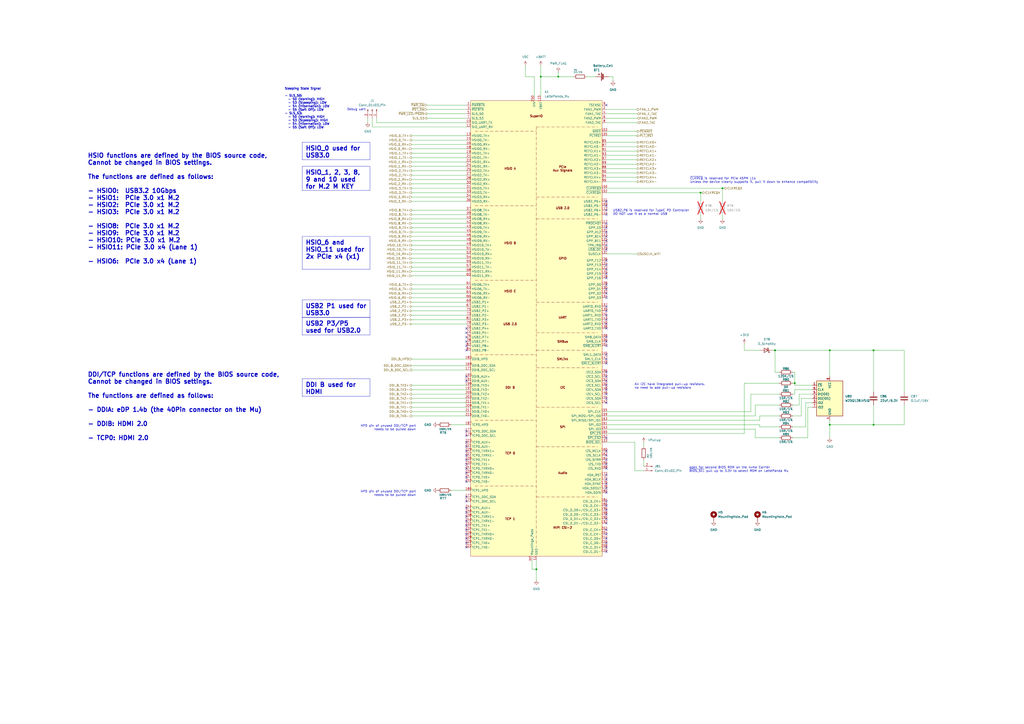
<source format=kicad_sch>
(kicad_sch (version 20231120) (generator "eeschema") (generator_version "8.0")
  (paper "A2")
  (title_block (title "nvme Carrier for LattePanda Mu") (date "2024-05-24") (rev "V1.0.6") (comment 1 "20240406"))
  (lib_symbols
    (symbol "+3V3_1" (power) (pin_numbers hide) (pin_names (offset 0) hide)
      (property "Value" "+3V3" (at 0 3.556 0))
      (symbol "+3V3_1_1_1"
        (pin power_in line (at 0 0 90) (length 0) (name "~") (number "1"))
      )
    )
    (symbol "Connector:Conn_01x02_Pin" (pin_names (offset 1.016) hide)
      (property "Reference" "J" (at 0 2.54 0))
      (property "Value" "Conn_01x02_Pin" (at 0 -5.08 0))
      (symbol "Conn_01x02_Pin_1_1"
        (pin passive line (at 5.08 0 180) (length 3.81) (name "Pin_1") (number "1"))
        (pin passive line (at 5.08 -2.54 180) (length 3.81) (name "Pin_2") (number "2"))
      )
    )
    (symbol "Connector:Conn_01x03_Pin" (pin_names (offset 1.016) hide)
      (property "Reference" "J" (at 0 5.08 0))
      (property "Value" "Conn_01x03_Pin" (at 0 -5.08 0))
      (symbol "Conn_01x03_Pin_1_1"
        (pin passive line (at 5.08 2.54 180) (length 3.81) (name "Pin_1") (number "1"))
        (pin passive line (at 5.08 0 180) (length 3.81) (name "Pin_2") (number "2"))
        (pin passive line (at 5.08 -2.54 180) (length 3.81) (name "Pin_3") (number "3"))
      )
    )
    (symbol "Device:Battery_Cell" (pin_numbers hide) (pin_names (offset 0) hide)
      (property "Reference" "BT" (at 2.54 2.54 0))
      (property "Value" "Battery_Cell" (at 2.54 0 0))
      (symbol "Battery_Cell_1_1"
        (pin passive line (at 0 5.08 270) (length 2.54) (name "+") (number "1"))
        (pin passive line (at 0 -2.54 90) (length 2.54) (name "-") (number "2"))
      )
    )
    (symbol "Device:C" (pin_numbers hide) (pin_names (offset 0.254))
      (property "Reference" "C" (at 0.635 2.54 0))
      (property "Value" "C" (at 0.635 -2.54 0))
      (symbol "C_1_1"
        (pin passive line (at 0 3.81 270) (length 2.794) (name "~") (number "1"))
        (pin passive line (at 0 -3.81 90) (length 2.794) (name "~") (number "2"))
      )
    )
    (symbol "Device:D_Schottky" (pin_numbers hide) (pin_names (offset 1.016) hide)
      (property "Reference" "D" (at 0 2.54 0))
      (property "Value" "D_Schottky" (at 0 -2.54 0))
      (symbol "D_Schottky_1_1"
        (pin passive line (at -3.81 0 0) (length 2.54) (name "K") (number "1"))
        (pin passive line (at 3.81 0 180) (length 2.54) (name "A") (number "2"))
      )
    )
    (symbol "Device:R" (pin_numbers hide) (pin_names (offset 0))
      (property "Reference" "R" (at 2.032 0 90))
      (property "Value" "R" (at 0 0 90))
      (symbol "R_1_1"
        (pin passive line (at 0 3.81 270) (length 1.27) (name "~") (number "1"))
        (pin passive line (at 0 -3.81 90) (length 1.27) (name "~") (number "2"))
      )
    )
    (symbol "MCU_Module_LattePanda:LattePanda_Mu"
      (property "Reference" "A1" (at 4.7341 137.16 0))
      (property "Value" "LattePanda_Mu" (at 4.7341 134.62 0))
      (symbol "LattePanda_Mu_1_0"
        (pin passive line (at 0 -134.62 90) (length 2.54) hide (name "GND") (number "101"))
        (pin passive line (at 0 -134.62 90) (length 2.54) hide (name "GND") (number "107"))
        (pin passive line (at 0 -134.62 90) (length 2.54) hide (name "GND") (number "110"))
        (pin passive line (at 0 -134.62 90) (length 2.54) hide (name "GND") (number "113"))
        (pin passive line (at 0 -134.62 90) (length 2.54) hide (name "GND") (number "116"))
        (pin passive line (at 0 -134.62 90) (length 2.54) hide (name "GND") (number "135"))
        (pin passive line (at 0 -134.62 90) (length 2.54) hide (name "GND") (number "136"))
        (pin passive line (at 0 -134.62 90) (length 2.54) hide (name "GND") (number "14"))
        (pin passive line (at 0 -134.62 90) (length 2.54) hide (name "GND") (number "151"))
        (pin passive line (at 0 -134.62 90) (length 2.54) hide (name "GND") (number "158"))
        (pin passive line (at 0 -134.62 90) (length 2.54) hide (name "GND") (number "167"))
        (pin passive line (at 0 -134.62 90) (length 2.54) hide (name "GND") (number "17"))
        (pin passive line (at 0 -134.62 90) (length 2.54) hide (name "GND") (number "170"))
        (pin passive line (at 0 -134.62 90) (length 2.54) hide (name "GND") (number "181"))
        (pin passive line (at 0 -134.62 90) (length 2.54) hide (name "GND") (number "182"))
        (pin passive line (at 0 -134.62 90) (length 2.54) hide (name "GND") (number "188"))
        (pin passive line (at 0 -134.62 90) (length 2.54) hide (name "GND") (number "189"))
        (pin passive line (at 0 -134.62 90) (length 2.54) hide (name "GND") (number "194"))
        (pin passive line (at 0 -134.62 90) (length 2.54) hide (name "GND") (number "195"))
        (pin passive line (at 0 -134.62 90) (length 2.54) hide (name "GND") (number "20"))
        (pin passive line (at 0 -134.62 90) (length 2.54) hide (name "GND") (number "200"))
        (pin passive line (at 0 -134.62 90) (length 2.54) hide (name "GND") (number "201"))
        (pin passive line (at 0 -134.62 90) (length 2.54) hide (name "GND") (number "206"))
        (pin passive line (at 0 -134.62 90) (length 2.54) hide (name "GND") (number "207"))
        (pin passive line (at 0 -134.62 90) (length 2.54) hide (name "GND") (number "212"))
        (pin passive line (at 0 -134.62 90) (length 2.54) hide (name "GND") (number "213"))
        (pin passive line (at 0 -134.62 90) (length 2.54) hide (name "GND") (number "218"))
        (pin passive line (at 0 -134.62 90) (length 2.54) hide (name "GND") (number "219"))
        (pin passive line (at 0 -134.62 90) (length 2.54) hide (name "GND") (number "224"))
        (pin passive line (at 0 -134.62 90) (length 2.54) hide (name "GND") (number "225"))
        (pin passive line (at 0 -134.62 90) (length 2.54) hide (name "GND") (number "23"))
        (pin passive line (at 0 -134.62 90) (length 2.54) hide (name "GND") (number "230"))
        (pin passive line (at 0 -134.62 90) (length 2.54) hide (name "GND") (number "231"))
        (pin passive line (at 0 -134.62 90) (length 2.54) hide (name "GND") (number "236"))
        (pin passive line (at 0 -134.62 90) (length 2.54) hide (name "GND") (number "237"))
        (pin passive line (at 0 -134.62 90) (length 2.54) hide (name "GND") (number "242"))
        (pin passive line (at 0 -134.62 90) (length 2.54) hide (name "GND") (number "243"))
        (pin passive line (at 0 -134.62 90) (length 2.54) hide (name "GND") (number "248"))
        (pin passive line (at 0 -134.62 90) (length 2.54) hide (name "GND") (number "249"))
        (pin passive line (at 0 -134.62 90) (length 2.54) hide (name "GND") (number "26"))
        (pin passive line (at 0 -134.62 90) (length 2.54) hide (name "GND") (number "29"))
        (pin passive line (at 0 -134.62 90) (length 2.54) hide (name "GND") (number "32"))
        (pin passive line (at 0 -134.62 90) (length 2.54) hide (name "GND") (number "35"))
        (pin passive line (at 0 -134.62 90) (length 2.54) hide (name "GND") (number "38"))
        (pin passive line (at 0 -134.62 90) (length 2.54) hide (name "GND") (number "41"))
        (pin passive line (at 0 -134.62 90) (length 2.54) hide (name "GND") (number "44"))
        (pin passive line (at 0 -134.62 90) (length 2.54) hide (name "GND") (number "47"))
        (pin passive line (at 0 -134.62 90) (length 2.54) hide (name "GND") (number "50"))
        (pin passive line (at 0 -134.62 90) (length 2.54) hide (name "GND") (number "53"))
        (pin passive line (at 0 -134.62 90) (length 2.54) hide (name "GND") (number "56"))
        (pin passive line (at 0 -134.62 90) (length 2.54) hide (name "GND") (number "59"))
        (pin passive line (at 0 -134.62 90) (length 2.54) hide (name "GND") (number "62"))
        (pin passive line (at 0 -134.62 90) (length 2.54) hide (name "GND") (number "65"))
        (pin passive line (at 0 -134.62 90) (length 2.54) hide (name "GND") (number "68"))
        (pin passive line (at 0 -134.62 90) (length 2.54) hide (name "GND") (number "71"))
        (pin passive line (at 0 -134.62 90) (length 2.54) hide (name "GND") (number "74"))
        (pin passive line (at 0 -134.62 90) (length 2.54) hide (name "GND") (number "77"))
        (pin passive line (at 0 -134.62 90) (length 2.54) hide (name "GND") (number "80"))
        (pin passive line (at 0 -134.62 90) (length 2.54) hide (name "GND") (number "83"))
        (pin passive line (at 0 -134.62 90) (length 2.54) hide (name "GND") (number "86"))
        (pin passive line (at 0 -134.62 90) (length 2.54) hide (name "GND") (number "89"))
        (pin passive line (at 0 -134.62 90) (length 2.54) hide (name "GND") (number "92"))
        (pin passive line (at 0 -134.62 90) (length 2.54) hide (name "GND") (number "95"))
        (pin passive line (at 0 -134.62 90) (length 2.54) hide (name "GND") (number "98"))
      )
      (symbol "LattePanda_Mu_1_1"
        (text "Audio" (at 15.24 -83.82 0) (effects (font (size 1.27 1.27) (bold yes))))
        (text "DDI B" (at -15.24 -34.29 0) (effects (font (size 1.27 1.27) (bold yes))))
        (text "GPIO" (at 15.24 40.64 0) (effects (font (size 1.27 1.27) (bold yes))))
        (text "HSIO A" (at -15.24 92.71 0) (effects (font (size 1.27 1.27) (bold yes))))
        (text "HSIO B" (at -15.24 49.53 0) (effects (font (size 1.27 1.27) (bold yes))))
        (text "HSIO C" (at -15.24 21.59 0) (effects (font (size 1.27 1.27) (bold yes))))
        (text "I2C" (at 15.24 -34.29 0) (effects (font (size 1.27 1.27) (bold yes))))
        (text "MIPI CSI-2" (at 15.24 -115.57 0) (effects (font (size 1.27 1.27) (bold yes))))
        (text "PCIe\nAux Signals" (at 15.24 92.71 0) (effects (font (size 1.27 1.27) (bold yes))))
        (text "SMBus" (at 15.24 -7.62 0) (effects (font (size 1.27 1.27) (bold yes))))
        (text "SMLink" (at 15.24 -17.78 0) (effects (font (size 1.27 1.27) (bold yes))))
        (text "SPI" (at 15.24 -57.15 0) (effects (font (size 1.27 1.27) (bold yes))))
        (text "SuperIO" (at 0 123.19 0) (effects (font (size 1.27 1.27) (bold yes))))
        (text "TCP 0" (at -15.24 -72.39 0) (effects (font (size 1.27 1.27) (bold yes))))
        (text "TCP 1" (at -15.24 -110.49 0) (effects (font (size 1.27 1.27) (bold yes))))
        (text "UART" (at 15.24 6.35 0) (effects (font (size 1.27 1.27) (bold yes))))
        (text "USB 2.0" (at -15.24 2.54 0) (effects (font (size 1.27 1.27) (bold yes))))
        (text "USB 2.0" (at 15.24 69.85 0) (effects (font (size 1.27 1.27) (bold yes))))
        (pin input line (at -40.64 129.54 0) (length 2.54) (name "~{PWRBTN}") (number "1"))
        (pin output line (at -40.64 119.38 0) (length 2.54) (name "SIO_UART_TX") (number "10"))
        (pin bidirectional line (at 40.64 81.28 180) (length 2.54) (name "~{CLKREQ3}") (number "100"))
        (pin bidirectional line (at 40.64 78.74 180) (length 2.54) (name "~{CLKREQ4}") (number "102"))
        (pin input line (at 40.64 114.3 180) (length 2.54) (name "~{WAKE}") (number "103"))
        (pin input line (at 40.64 -10.16 180) (length 2.54) (name "~{SMB_ALERT}") (number "104"))
        (pin output line (at 40.64 111.76 180) (length 2.54) (name "~{PLTRST}") (number "105"))
        (pin output line (at 40.64 -7.62 180) (length 2.54) (name "SMB_CLK") (number "106"))
        (pin bidirectional line (at 40.64 -5.08 180) (length 2.54) (name "SMB_DATA") (number "108"))
        (pin bidirectional line (at 40.64 71.12 180) (length 2.54) (name "USB2_P5-") (number "109"))
        (pin power_in line (at 0 -134.62 90) (length 2.54) (name "GND") (number "11"))
        (pin bidirectional line (at 40.64 73.66 180) (length 2.54) (name "USB2_P5+") (number "111"))
        (pin bidirectional line (at 40.64 68.58 180) (length 2.54) (name "USB2_P6+") (number "112"))
        (pin bidirectional line (at 40.64 66.04 180) (length 2.54) (name "USB2_P6-") (number "114"))
        (pin power_in line (at 2.54 134.62 270) (length 2.54) (name "VBAT") (number "115"))
        (pin bidirectional line (at 40.64 60.96 180) (length 2.54) (name "~{PROCHOT}") (number "117"))
        (pin bidirectional line (at 40.64 29.21 180) (length 2.54) (name "GPP_F16") (number "118"))
        (pin bidirectional line (at 40.64 58.42 180) (length 2.54) (name "GPP_E0") (number "119"))
        (pin input line (at -40.64 116.84 0) (length 2.54) (name "SIO_UART_RX") (number "12"))
        (pin bidirectional line (at 40.64 31.75 180) (length 2.54) (name "GPP_F15") (number "120"))
        (pin bidirectional line (at 40.64 55.88 180) (length 2.54) (name "GPP_A12") (number "121"))
        (pin bidirectional line (at 40.64 34.29 180) (length 2.54) (name "GPP_F14") (number "122"))
        (pin bidirectional line (at 40.64 53.34 180) (length 2.54) (name "GPP_B14") (number "123"))
        (pin bidirectional line (at 40.64 36.83 180) (length 2.54) (name "GPP_F13") (number "124"))
        (pin bidirectional line (at 40.64 50.8 180) (length 2.54) (name "GPP_B11") (number "125"))
        (pin bidirectional line (at 40.64 39.37 180) (length 2.54) (name "GPP_F12") (number "126"))
        (pin input line (at 40.64 48.26 180) (length 2.54) (name "TPM_IRQ") (number "127"))
        (pin bidirectional line (at 40.64 25.4 180) (length 2.54) (name "GPP_D0") (number "128"))
        (pin input line (at 40.64 45.72 180) (length 2.54) (name "~{USB_OC}") (number "129"))
        (pin output line (at -40.64 111.76 0) (length 2.54) (name "HSIO0_TX+") (number "13"))
        (pin bidirectional line (at 40.64 22.86 180) (length 2.54) (name "GPP_D1") (number "130"))
        (pin output line (at 40.64 43.18 180) (length 2.54) (name "SUSCLK") (number "131"))
        (pin bidirectional line (at 40.64 20.32 180) (length 2.54) (name "GPP_D2") (number "132"))
        (pin input line (at 40.64 -66.04 180) (length 2.54) (name "~{BIOS_SEL}") (number "133"))
        (pin bidirectional line (at 40.64 17.78 180) (length 2.54) (name "GPP_D3") (number "134"))
        (pin input line (at 40.64 12.7 180) (length 2.54) (name "UART0_RXD") (number "137"))
        (pin output line (at 40.64 0 180) (length 2.54) (name "UART2_TXD") (number "138"))
        (pin output line (at 40.64 10.16 180) (length 2.54) (name "UART0_TXD") (number "139"))
        (pin input line (at 40.64 2.54 180) (length 2.54) (name "UART2_RXD") (number "140"))
        (pin input line (at 40.64 7.62 180) (length 2.54) (name "UART1_RXD") (number "141"))
        (pin output line (at 40.64 -43.18 180) (length 2.54) (name "I2C5_SCL") (number "142"))
        (pin output line (at 40.64 5.08 180) (length 2.54) (name "UART1_TXD") (number "143"))
        (pin bidirectional line (at 40.64 -40.64 180) (length 2.54) (name "I2C5_SDA") (number "144"))
        (pin bidirectional line (at 40.64 -15.24 180) (length 2.54) (name "SML1_DATA") (number "145"))
        (pin output line (at 40.64 -38.1 180) (length 2.54) (name "I2C4_SCL") (number "146"))
        (pin output line (at 40.64 -17.78 180) (length 2.54) (name "SML1_CLK") (number "147"))
        (pin bidirectional line (at 40.64 -35.56 180) (length 2.54) (name "I2C4_SDA") (number "148"))
        (pin input line (at 40.64 -20.32 180) (length 2.54) (name "~{SML1_ALERT}") (number "149"))
        (pin output line (at -40.64 109.22 0) (length 2.54) (name "HSIO0_TX-") (number "15"))
        (pin output line (at 40.64 -33.02 180) (length 2.54) (name "I2C3_SCL") (number "150"))
        (pin bidirectional line (at 40.64 -30.48 180) (length 2.54) (name "I2C3_SDA") (number "152"))
        (pin bidirectional line (at 40.64 -58.42 180) (length 2.54) (name "SPI_IO3") (number "153"))
        (pin output line (at 40.64 -27.94 180) (length 2.54) (name "I2C2_SCL") (number "154"))
        (pin output line (at 40.64 -48.26 180) (length 2.54) (name "SPI_CLK") (number "155"))
        (pin bidirectional line (at 40.64 -25.4 180) (length 2.54) (name "I2C2_SDA") (number "156"))
        (pin output line (at 40.64 -63.5 180) (length 2.54) (name "~{SPI_CS2}") (number "157"))
        (pin bidirectional line (at 40.64 -50.8 180) (length 2.54) (name "SPI_MOSI/SPI_IO0") (number "159"))
        (pin input line (at -40.64 106.68 0) (length 2.54) (name "HSIO0_RX+") (number "16"))
        (pin output line (at 40.64 -71.12 180) (length 2.54) (name "I2S_MCLK") (number "160"))
        (pin bidirectional line (at 40.64 -55.88 180) (length 2.54) (name "SPI_IO2") (number "161"))
        (pin output line (at 40.64 -73.66 180) (length 2.54) (name "I2S_SCLK") (number "162"))
        (pin bidirectional line (at 40.64 -53.34 180) (length 2.54) (name "SPI_MISO/SPI_IO1") (number "163"))
        (pin output line (at 40.64 -76.2 180) (length 2.54) (name "I2S_SFRM") (number "164"))
        (pin bidirectional line (at 40.64 -60.96 180) (length 2.54) (name "~{SPI_CS}") (number "165"))
        (pin output line (at 40.64 -78.74 180) (length 2.54) (name "I2S_TXD") (number "166"))
        (pin input line (at 40.64 -81.28 180) (length 2.54) (name "I2S_RXD") (number "168"))
        (pin bidirectional line (at -40.64 -21.59 0) (length 2.54) (name "DDIB_DDC_SDA") (number "169"))
        (pin bidirectional line (at -40.64 -24.13 0) (length 2.54) (name "DDIB_DDC_SCL") (number "171"))
        (pin output line (at 40.64 -85.09 180) (length 2.54) (name "HDA_RST") (number "172"))
        (pin bidirectional line (at -40.64 -97.79 0) (length 2.54) (name "TCP1_DDC_SDA") (number "173"))
        (pin output line (at 40.64 -87.63 180) (length 2.54) (name "HDA_BCLK") (number "174"))
        (pin bidirectional line (at -40.64 -100.33 0) (length 2.54) (name "TCP1_DDC_SCL") (number "175"))
        (pin output line (at 40.64 -90.17 180) (length 2.54) (name "HDA_SYNC") (number "176"))
        (pin bidirectional line (at -40.64 -59.69 0) (length 2.54) (name "TCP0_DDC_SDA") (number "177"))
        (pin output line (at 40.64 -92.71 180) (length 2.54) (name "HDA_SDOUT") (number "178"))
        (pin bidirectional line (at -40.64 -62.23 0) (length 2.54) (name "TCP0_DDC_SCL") (number "179"))
        (pin input line (at -40.64 104.14 0) (length 2.54) (name "HSIO0_RX-") (number "18"))
        (pin input line (at 40.64 -95.25 180) (length 2.54) (name "HDA_SDIN") (number "180"))
        (pin input line (at -40.64 -17.78 0) (length 2.54) (name "DDIB_HPD") (number "183"))
        (pin input line (at 40.64 -100.33 180) (length 2.54) (name "CSI_D_CK+") (number "184"))
        (pin input line (at -40.64 -93.98 0) (length 2.54) (name "TCP1_HPD") (number "185"))
        (pin input line (at 40.64 -102.87 180) (length 2.54) (name "CSI_D_CK-") (number "186"))
        (pin input line (at -40.64 -55.88 0) (length 2.54) (name "TCP0_HPD") (number "187"))
        (pin output line (at -40.64 101.6 0) (length 2.54) (name "HSIO1_TX+") (number "19"))
        (pin input line (at 40.64 -110.49 180) (length 2.54) (name "CSI_D_D1+/CSI_C_D2+") (number "190"))
        (pin bidirectional line (at -40.64 -30.48 0) (length 2.54) (name "DDIB_AUX-") (number "191"))
        (pin input line (at 40.64 -113.03 180) (length 2.54) (name "CSI_D_D1-/CSI_C_D2-") (number "192"))
        (pin bidirectional line (at -40.64 -27.94 0) (length 2.54) (name "DDIB_AUX+") (number "193"))
        (pin input line (at 40.64 -105.41 180) (length 2.54) (name "CSI_D_D0+/CSI_C_D3+") (number "196"))
        (pin output line (at -40.64 -35.56 0) (length 2.54) (name "DDIB_TX3-") (number "197"))
        (pin input line (at 40.64 -107.95 180) (length 2.54) (name "CSI_D_D0-/CSI_C_D3-") (number "198"))
        (pin output line (at -40.64 -33.02 0) (length 2.54) (name "DDIB_TX3+") (number "199"))
        (pin output line (at 40.64 127 180) (length 2.54) (name "FAN1_PWM") (number "2"))
        (pin input line (at 40.64 -116.84 180) (length 2.54) (name "CSI_C_CK+") (number "202"))
        (pin output line (at -40.64 -40.64 0) (length 2.54) (name "DDIB_TX2-") (number "203"))
        (pin input line (at 40.64 -119.38 180) (length 2.54) (name "CSI_C_CK-") (number "204"))
        (pin output line (at -40.64 -38.1 0) (length 2.54) (name "DDIB_TX2+") (number "205"))
        (pin input line (at 40.64 -127 180) (length 2.54) (name "CSI_C_D1+") (number "208"))
        (pin output line (at -40.64 -45.72 0) (length 2.54) (name "DDIB_TX1-") (number "209"))
        (pin output line (at -40.64 99.06 0) (length 2.54) (name "HSIO1_TX-") (number "21"))
        (pin input line (at 40.64 -129.54 180) (length 2.54) (name "CSI_C_D1-") (number "210"))
        (pin output line (at -40.64 -43.18 0) (length 2.54) (name "DDIB_TX1+") (number "211"))
        (pin input line (at 40.64 -121.92 180) (length 2.54) (name "CSI_C_D0+") (number "214"))
        (pin output line (at -40.64 -50.8 0) (length 2.54) (name "DDIB_TX0-") (number "215"))
        (pin input line (at 40.64 -124.46 180) (length 2.54) (name "CSI_C_D0-") (number "216"))
        (pin output line (at -40.64 -48.26 0) (length 2.54) (name "DDIB_TX0+") (number "217"))
        (pin input line (at -40.64 96.52 0) (length 2.54) (name "HSIO1_RX+") (number "22"))
        (pin output line (at -40.64 -124.46 0) (length 2.54) (name "TCP1_TX0+") (number "220"))
        (pin bidirectional line (at -40.64 -68.58 0) (length 2.54) (name "TCP0_AUX-") (number "221"))
        (pin output line (at -40.64 -127 0) (length 2.54) (name "TCP1_TX0-") (number "222"))
        (pin bidirectional line (at -40.64 -66.04 0) (length 2.54) (name "TCP0_AUX+") (number "223"))
        (pin bidirectional line (at -40.64 -119.38 0) (length 2.54) (name "TCP1_TXRX0+") (number "226"))
        (pin bidirectional line (at -40.64 -73.66 0) (length 2.54) (name "TCP0_TXRX1-") (number "227"))
        (pin bidirectional line (at -40.64 -121.92 0) (length 2.54) (name "TCP1_TXRX0-") (number "228"))
        (pin bidirectional line (at -40.64 -71.12 0) (length 2.54) (name "TCP0_TXRX1+") (number "229"))
        (pin output line (at -40.64 -114.3 0) (length 2.54) (name "TCP1_TX1+") (number "232"))
        (pin output line (at -40.64 -78.74 0) (length 2.54) (name "TCP0_TX1-") (number "233"))
        (pin output line (at -40.64 -116.84 0) (length 2.54) (name "TCP1_TX1-") (number "234"))
        (pin output line (at -40.64 -76.2 0) (length 2.54) (name "TCP0_TX1+") (number "235"))
        (pin bidirectional line (at -40.64 -109.22 0) (length 2.54) (name "TCP1_TXRX1+") (number "238"))
        (pin bidirectional line (at -40.64 -83.82 0) (length 2.54) (name "TCP0_TXRX0-") (number "239"))
        (pin input line (at -40.64 93.98 0) (length 2.54) (name "HSIO1_RX-") (number "24"))
        (pin bidirectional line (at -40.64 -111.76 0) (length 2.54) (name "TCP1_TXRX1-") (number "240"))
        (pin bidirectional line (at -40.64 -81.28 0) (length 2.54) (name "TCP0_TXRX0+") (number "241"))
        (pin bidirectional line (at -40.64 -104.14 0) (length 2.54) (name "TCP1_AUX+") (number "244"))
        (pin output line (at -40.64 -88.9 0) (length 2.54) (name "TCP0_TX0-") (number "245"))
        (pin bidirectional line (at -40.64 -106.68 0) (length 2.54) (name "TCP1_AUX-") (number "246"))
        (pin output line (at -40.64 -86.36 0) (length 2.54) (name "TCP0_TX0+") (number "247"))
        (pin output line (at -40.64 91.44 0) (length 2.54) (name "HSIO2_TX+") (number "25"))
        (pin power_in line (at -1.27 134.62 270) (length 2.54) (name "VIN") (number "250"))
        (pin passive line (at -1.27 134.62 270) (length 2.54) hide (name "VIN") (number "251"))
        (pin passive line (at -1.27 134.62 270) (length 2.54) hide (name "VIN") (number "252"))
        (pin passive line (at -1.27 134.62 270) (length 2.54) hide (name "VIN") (number "253"))
        (pin passive line (at -1.27 134.62 270) (length 2.54) hide (name "VIN") (number "254"))
        (pin passive line (at -1.27 134.62 270) (length 2.54) hide (name "VIN") (number "255"))
        (pin passive line (at -1.27 134.62 270) (length 2.54) hide (name "VIN") (number "256"))
        (pin passive line (at -1.27 134.62 270) (length 2.54) hide (name "VIN") (number "257"))
        (pin passive line (at -1.27 134.62 270) (length 2.54) hide (name "VIN") (number "258"))
        (pin passive line (at -1.27 134.62 270) (length 2.54) hide (name "VIN") (number "259"))
        (pin passive line (at -1.27 134.62 270) (length 2.54) hide (name "VIN") (number "260"))
        (pin output line (at -40.64 88.9 0) (length 2.54) (name "HSIO2_TX-") (number "27"))
        (pin input line (at -40.64 86.36 0) (length 2.54) (name "HSIO2_RX+") (number "28"))
        (pin input line (at -40.64 127 0) (length 2.54) (name "~{RSTBTN}") (number "3"))
        (pin input line (at -40.64 83.82 0) (length 2.54) (name "HSIO2_RX-") (number "30"))
        (pin output line (at -40.64 81.28 0) (length 2.54) (name "HSIO3_TX+") (number "31"))
        (pin output line (at -40.64 78.74 0) (length 2.54) (name "HSIO3_TX-") (number "33"))
        (pin input line (at -40.64 76.2 0) (length 2.54) (name "HSIO3_RX+") (number "34"))
        (pin input line (at -40.64 73.66 0) (length 2.54) (name "HSIO3_RX-") (number "36"))
        (pin output line (at -40.64 68.58 0) (length 2.54) (name "HSIO8_TX+") (number "37"))
        (pin output line (at -40.64 66.04 0) (length 2.54) (name "HSIO8_TX-") (number "39"))
        (pin input line (at 40.64 124.46 180) (length 2.54) (name "FAN1_TAC") (number "4"))
        (pin input line (at -40.64 63.5 0) (length 2.54) (name "HSIO8_RX+") (number "40"))
        (pin input line (at -40.64 60.96 0) (length 2.54) (name "HSIO8_RX-") (number "42"))
        (pin output line (at -40.64 58.42 0) (length 2.54) (name "HSIO9_TX+") (number "43"))
        (pin output line (at -40.64 55.88 0) (length 2.54) (name "HSIO9_TX-") (number "45"))
        (pin input line (at -40.64 53.34 0) (length 2.54) (name "HSIO9_RX+") (number "46"))
        (pin input line (at -40.64 50.8 0) (length 2.54) (name "HSIO9_RX-") (number "48"))
        (pin output line (at -40.64 48.26 0) (length 2.54) (name "HSIO10_TX+") (number "49"))
        (pin output line (at -40.64 124.46 0) (length 2.54) (name "SLS_S0") (number "5"))
        (pin output line (at -40.64 45.72 0) (length 2.54) (name "HSIO10_TX-") (number "51"))
        (pin input line (at -40.64 43.18 0) (length 2.54) (name "HSIO10_RX+") (number "52"))
        (pin input line (at -40.64 40.64 0) (length 2.54) (name "HSIO10_RX-") (number "54"))
        (pin output line (at -40.64 38.1 0) (length 2.54) (name "HSIO11_TX+") (number "55"))
        (pin output line (at -40.64 35.56 0) (length 2.54) (name "HSIO11_TX-") (number "57"))
        (pin input line (at -40.64 33.02 0) (length 2.54) (name "HSIO11_RX+") (number "58"))
        (pin output line (at 40.64 121.92 180) (length 2.54) (name "FAN2_PWM") (number "6"))
        (pin input line (at -40.64 30.48 0) (length 2.54) (name "HSIO11_RX-") (number "60"))
        (pin output line (at -40.64 25.4 0) (length 2.54) (name "HSIO6_TX+") (number "61"))
        (pin output line (at -40.64 22.86 0) (length 2.54) (name "HSIO6_TX-") (number "63"))
        (pin input line (at -40.64 20.32 0) (length 2.54) (name "HSIO6_RX+") (number "64"))
        (pin input line (at -40.64 17.78 0) (length 2.54) (name "HSIO6_RX-") (number "66"))
        (pin bidirectional line (at -40.64 12.7 0) (length 2.54) (name "USB2_P1-") (number "67"))
        (pin bidirectional line (at -40.64 15.24 0) (length 2.54) (name "USB2_P1+") (number "69"))
        (pin output line (at -40.64 121.92 0) (length 2.54) (name "SLS_S3") (number "7"))
        (pin bidirectional line (at -40.64 0 0) (length 2.54) (name "USB2_P4+") (number "70"))
        (pin bidirectional line (at -40.64 -2.54 0) (length 2.54) (name "USB2_P4-") (number "72"))
        (pin bidirectional line (at -40.64 7.62 0) (length 2.54) (name "USB2_P2-") (number "73"))
        (pin bidirectional line (at -40.64 10.16 0) (length 2.54) (name "USB2_P2+") (number "75"))
        (pin bidirectional line (at -40.64 -5.08 0) (length 2.54) (name "USB2_P7+") (number "76"))
        (pin bidirectional line (at -40.64 -7.62 0) (length 2.54) (name "USB2_P7-") (number "78"))
        (pin bidirectional line (at -40.64 2.54 0) (length 2.54) (name "USB2_P3-") (number "79"))
        (pin input line (at 40.64 119.38 180) (length 2.54) (name "FAN2_TAC") (number "8"))
        (pin bidirectional line (at -40.64 5.08 0) (length 2.54) (name "USB2_P3+") (number "81"))
        (pin bidirectional line (at -40.64 -10.16 0) (length 2.54) (name "USB2_P8+") (number "82"))
        (pin bidirectional line (at -40.64 -12.7 0) (length 2.54) (name "USB2_P8-") (number "84"))
        (pin output line (at 40.64 107.95 180) (length 2.54) (name "REFCLK0+") (number "85"))
        (pin output line (at 40.64 105.41 180) (length 2.54) (name "REFCLK0-") (number "87"))
        (pin output line (at 40.64 92.71 180) (length 2.54) (name "REFCLK3+") (number "88"))
        (pin input line (at 40.64 129.54 180) (length 2.54) (name "TSENSE") (number "9"))
        (pin output line (at 40.64 90.17 180) (length 2.54) (name "REFCLK3-") (number "90"))
        (pin output line (at 40.64 102.87 180) (length 2.54) (name "REFCLK1+") (number "91"))
        (pin output line (at 40.64 100.33 180) (length 2.54) (name "REFCLK1-") (number "93"))
        (pin output line (at 40.64 87.63 180) (length 2.54) (name "REFCLK4+") (number "94"))
        (pin output line (at 40.64 85.09 180) (length 2.54) (name "REFCLK4-") (number "96"))
        (pin output line (at 40.64 97.79 180) (length 2.54) (name "REFCLK2+") (number "97"))
        (pin output line (at 40.64 95.25 180) (length 2.54) (name "REFCLK2-") (number "99"))
        (pin passive line (at -2.54 -134.62 90) (length 2.54) (name "Mountinge_Pads") (number "MP"))
      )
    )
    (symbol "Mechanical:MountingHole_Pad" (pin_numbers hide) (pin_names (offset 1.016) hide)
      (property "Reference" "H" (at 0 6.35 0))
      (property "Value" "MountingHole_Pad" (at 0 4.445 0))
      (symbol "MountingHole_Pad_1_1"
        (pin input line (at 0 -2.54 90) (length 2.54) (name "1") (number "1"))
      )
    )
    (symbol "Memory_Flash:W25Q128JVS"
      (property "Reference" "U" (at -8.89 8.89 0))
      (property "Value" "W25Q128JVS" (at 7.62 8.89 0))
      (symbol "W25Q128JVS_1_1"
        (pin input line (at -10.16 7.62 0) (length 2.54) (name "~{CS}") (number "1"))
        (pin bidirectional line (at -10.16 0 0) (length 2.54) (name "DO(IO1)") (number "2"))
        (pin bidirectional line (at -10.16 -2.54 0) (length 2.54) (name "IO2") (number "3"))
        (pin power_in line (at 0 -12.7 90) (length 2.54) (name "GND") (number "4"))
        (pin bidirectional line (at -10.16 2.54 0) (length 2.54) (name "DI(IO0)") (number "5"))
        (pin input line (at -10.16 5.08 0) (length 2.54) (name "CLK") (number "6"))
        (pin bidirectional line (at -10.16 -5.08 0) (length 2.54) (name "IO3") (number "7"))
        (pin power_in line (at 0 12.7 270) (length 2.54) (name "VCC") (number "8"))
      )
    )
    (symbol "power:+3V3" (power) (pin_numbers hide) (pin_names (offset 0) hide)
      (property "Value" "+3V3" (at 0 3.556 0))
      (symbol "+3V3_1_1"
        (pin power_in line (at 0 0 90) (length 0) (name "~") (number "1"))
      )
    )
    (symbol "power:+BATT" (power) (pin_numbers hide) (pin_names (offset 0) hide)
      (property "Value" "+BATT" (at 0 3.556 0))
      (symbol "+BATT_1_1"
        (pin power_in line (at 0 0 90) (length 0) (name "~") (number "1"))
      )
    )
    (symbol "power:GND" (power) (pin_numbers hide) (pin_names (offset 0) hide)
      (property "Value" "GND" (at 0 -3.81 0))
      (symbol "GND_1_1"
        (pin power_in line (at 0 0 270) (length 0) (name "~") (number "1"))
      )
    )
    (symbol "power:PWR_FLAG" (power) (pin_numbers hide) (pin_names (offset 0) hide)
      (property "Value" "PWR_FLAG" (at 0 3.81 0))
      (symbol "PWR_FLAG_0_0"
        (pin power_out line (at 0 0 90) (length 0) (name "~") (number "1"))
      )
    )
    (symbol "power:VDC" (power) (pin_numbers hide) (pin_names (offset 0) hide)
      (property "Value" "VDC" (at 0 3.556 0))
      (symbol "VDC_1_1"
        (pin power_in line (at 0 0 90) (length 0) (name "~") (number "1"))
      )
    )
  )
  (junction (at 406.4 111.76))
  (junction (at 323.85 44.45))
  (junction (at 419.1 109.22))
  (junction (at 461.01 222.25))
  (junction (at 481.33 203.2))
  (junction (at 506.73 246.38))
  (junction (at 311.15 330.2))
  (junction (at 313.69 44.45))
  (junction (at 449.58 203.2))
  (junction (at 481.33 246.38))
  (junction (at 506.73 203.2))
  (no_connect (at 270.51 307.34))
  (no_connect (at 351.79 278.13))
  (no_connect (at 351.79 293.37))
  (no_connect (at 351.79 190.5))
  (no_connect (at 351.79 275.59))
  (no_connect (at 351.79 129.54))
  (no_connect (at 351.79 132.08))
  (no_connect (at 351.79 208.28))
  (no_connect (at 270.51 220.98))
  (no_connect (at 351.79 161.29))
  (no_connect (at 351.79 285.75))
  (no_connect (at 351.79 180.34))
  (no_connect (at 351.79 220.98))
  (no_connect (at 270.51 252.73))
  (no_connect (at 270.51 309.88))
  (no_connect (at 270.51 274.32))
  (no_connect (at 270.51 195.58))
  (no_connect (at 351.79 134.62))
  (no_connect (at 351.79 198.12))
  (no_connect (at 351.79 218.44))
  (no_connect (at 351.79 167.64))
  (no_connect (at 270.51 250.19))
  (no_connect (at 351.79 223.52))
  (no_connect (at 351.79 264.16))
  (no_connect (at 351.79 215.9))
  (no_connect (at 270.51 190.5))
  (no_connect (at 351.79 298.45))
  (no_connect (at 270.51 304.8))
  (no_connect (at 351.79 172.72))
  (no_connect (at 351.79 153.67))
  (no_connect (at 351.79 170.18))
  (no_connect (at 351.79 151.13))
  (no_connect (at 270.51 314.96))
  (no_connect (at 351.79 182.88))
  (no_connect (at 351.79 205.74))
  (no_connect (at 351.79 165.1))
  (no_connect (at 351.79 312.42))
  (no_connect (at 270.51 269.24))
  (no_connect (at 351.79 119.38))
  (no_connect (at 270.51 297.18))
  (no_connect (at 351.79 228.6))
  (no_connect (at 270.51 200.66))
  (no_connect (at 351.79 269.24))
  (no_connect (at 270.51 198.12))
  (no_connect (at 270.51 203.2))
  (no_connect (at 270.51 261.62))
  (no_connect (at 351.79 271.78))
  (no_connect (at 270.51 294.64))
  (no_connect (at 351.79 290.83))
  (no_connect (at 270.51 312.42))
  (no_connect (at 351.79 226.06))
  (no_connect (at 351.79 300.99))
  (no_connect (at 270.51 259.08))
  (no_connect (at 270.51 288.29))
  (no_connect (at 351.79 266.7))
  (no_connect (at 351.79 283.21))
  (no_connect (at 351.79 124.46))
  (no_connect (at 270.51 299.72))
  (no_connect (at 351.79 254))
  (no_connect (at 351.79 200.66))
  (no_connect (at 351.79 280.67))
  (no_connect (at 351.79 177.8))
  (no_connect (at 351.79 233.68))
  (no_connect (at 351.79 295.91))
  (no_connect (at 351.79 144.78))
  (no_connect (at 270.51 302.26))
  (no_connect (at 351.79 139.7))
  (no_connect (at 351.79 309.88))
  (no_connect (at 351.79 187.96))
  (no_connect (at 270.51 279.4))
  (no_connect (at 351.79 156.21))
  (no_connect (at 351.79 320.04))
  (no_connect (at 351.79 261.62))
  (no_connect (at 351.79 303.53))
  (no_connect (at 270.51 276.86))
  (no_connect (at 270.51 218.44))
  (no_connect (at 351.79 121.92))
  (no_connect (at 351.79 142.24))
  (no_connect (at 351.79 60.96))
  (no_connect (at 351.79 195.58))
  (no_connect (at 351.79 307.34))
  (no_connect (at 351.79 185.42))
  (no_connect (at 270.51 256.54))
  (no_connect (at 270.51 193.04))
  (no_connect (at 351.79 314.96))
  (no_connect (at 351.79 210.82))
  (no_connect (at 351.79 116.84))
  (no_connect (at 270.51 317.5))
  (no_connect (at 351.79 137.16))
  (no_connect (at 270.51 266.7))
  (no_connect (at 270.51 264.16))
  (no_connect (at 270.51 271.78))
  (no_connect (at 270.51 290.83))
  (no_connect (at 351.79 231.14))
  (no_connect (at 351.79 317.5))
  (no_connect (at 351.79 158.75))
  (wire (pts (xy 448.31 203.2) (xy 449.58 203.2)))
  (wire (pts (xy 238.76 182.88) (xy 270.51 182.88)))
  (wire (pts (xy 238.76 114.3) (xy 270.51 114.3)))
  (wire (pts (xy 351.79 246.38) (xy 440.69 246.38)))
  (wire (pts (xy 213.36 68.58) (xy 213.36 71.12)))
  (wire (pts (xy 238.76 172.72) (xy 270.51 172.72)))
  (wire (pts (xy 238.76 214.63) (xy 270.51 214.63)))
  (wire (pts (xy 406.4 111.76) (xy 406.4 116.84)))
  (wire (pts (xy 353.06 44.45) (xy 355.6 44.45)))
  (wire (pts (xy 351.79 105.41) (xy 369.57 105.41)))
  (wire (pts (xy 304.8 44.45) (xy 309.88 44.45)))
  (wire (pts (xy 438.15 234.95) (xy 452.12 234.95)))
  (wire (pts (xy 351.79 100.33) (xy 369.57 100.33)))
  (wire (pts (xy 459.74 222.25) (xy 461.01 222.25)))
  (wire (pts (xy 459.74 254) (xy 468.63 254)))
  (wire (pts (xy 440.69 246.38) (xy 440.69 247.65)))
  (wire (pts (xy 373.38 266.7) (xy 373.38 270.51)))
  (wire (pts (xy 238.76 116.84) (xy 270.51 116.84)))
  (wire (pts (xy 351.79 97.79) (xy 369.57 97.79)))
  (wire (pts (xy 463.55 228.6) (xy 471.17 228.6)))
  (wire (pts (xy 261.62 246.38) (xy 270.51 246.38)))
  (wire (pts (xy 351.79 82.55) (xy 369.57 82.55)))
  (wire (pts (xy 238.76 137.16) (xy 270.51 137.16)))
  (wire (pts (xy 481.33 243.84) (xy 481.33 246.38)))
  (wire (pts (xy 351.79 243.84) (xy 440.69 243.84)))
  (wire (pts (xy 247.65 63.5) (xy 270.51 63.5)))
  (wire (pts (xy 351.79 92.71) (xy 369.57 92.71)))
  (wire (pts (xy 238.76 228.6) (xy 270.51 228.6)))
  (wire (pts (xy 238.76 165.1) (xy 270.51 165.1)))
  (wire (pts (xy 308.61 325.12) (xy 308.61 330.2)))
  (wire (pts (xy 449.58 203.2) (xy 481.33 203.2)))
  (wire (pts (xy 435.61 238.76) (xy 435.61 228.6)))
  (wire (pts (xy 431.8 203.2) (xy 440.69 203.2)))
  (wire (pts (xy 440.69 241.3) (xy 452.12 241.3)))
  (wire (pts (xy 481.33 203.2) (xy 481.33 218.44)))
  (wire (pts (xy 467.36 247.65) (xy 467.36 233.68)))
  (wire (pts (xy 311.15 325.12) (xy 311.15 330.2)))
  (wire (pts (xy 419.1 109.22) (xy 419.1 116.84)))
  (wire (pts (xy 351.79 256.54) (xy 368.3 256.54)))
  (wire (pts (xy 238.76 127) (xy 270.51 127)))
  (wire (pts (xy 464.82 231.14) (xy 471.17 231.14)))
  (wire (pts (xy 459.74 215.9) (xy 461.01 215.9)))
  (wire (pts (xy 238.76 157.48) (xy 270.51 157.48)))
  (wire (pts (xy 313.69 38.1) (xy 313.69 44.45)))
  (wire (pts (xy 238.76 96.52) (xy 270.51 96.52)))
  (wire (pts (xy 351.79 102.87) (xy 369.57 102.87)))
  (wire (pts (xy 215.9 68.58) (xy 215.9 73.66)))
  (wire (pts (xy 459.74 234.95) (xy 463.55 234.95)))
  (wire (pts (xy 351.79 66.04) (xy 369.57 66.04)))
  (wire (pts (xy 238.76 86.36) (xy 270.51 86.36)))
  (wire (pts (xy 373.38 256.54) (xy 373.38 259.08)))
  (wire (pts (xy 481.33 246.38) (xy 506.73 246.38)))
  (wire (pts (xy 218.44 71.12) (xy 270.51 71.12)))
  (wire (pts (xy 373.38 273.05) (xy 368.3 273.05)))
  (wire (pts (xy 506.73 203.2) (xy 481.33 203.2)))
  (wire (pts (xy 238.76 139.7) (xy 270.51 139.7)))
  (wire (pts (xy 351.79 251.46) (xy 431.8 251.46)))
  (wire (pts (xy 238.76 223.52) (xy 270.51 223.52)))
  (wire (pts (xy 438.15 241.3) (xy 438.15 234.95)))
  (wire (pts (xy 309.88 44.45) (xy 309.88 55.88)))
  (wire (pts (xy 238.76 99.06) (xy 270.51 99.06)))
  (wire (pts (xy 506.73 227.33) (xy 506.73 203.2)))
  (wire (pts (xy 238.76 88.9) (xy 270.51 88.9)))
  (wire (pts (xy 238.76 167.64) (xy 270.51 167.64)))
  (wire (pts (xy 464.82 241.3) (xy 464.82 231.14)))
  (wire (pts (xy 238.76 142.24) (xy 270.51 142.24)))
  (wire (pts (xy 468.63 254) (xy 468.63 236.22)))
  (wire (pts (xy 459.74 247.65) (xy 467.36 247.65)))
  (wire (pts (xy 468.63 236.22) (xy 471.17 236.22)))
  (wire (pts (xy 238.76 233.68) (xy 270.51 233.68)))
  (wire (pts (xy 461.01 223.52) (xy 471.17 223.52)))
  (wire (pts (xy 351.79 248.92) (xy 438.15 248.92)))
  (wire (pts (xy 238.76 231.14) (xy 270.51 231.14)))
  (wire (pts (xy 238.76 81.28) (xy 270.51 81.28)))
  (wire (pts (xy 313.69 44.45) (xy 313.69 55.88)))
  (wire (pts (xy 238.76 147.32) (xy 270.51 147.32)))
  (wire (pts (xy 238.76 226.06) (xy 270.51 226.06)))
  (wire (pts (xy 461.01 222.25) (xy 461.01 223.52)))
  (wire (pts (xy 308.61 330.2) (xy 311.15 330.2)))
  (wire (pts (xy 323.85 44.45) (xy 332.74 44.45)))
  (wire (pts (xy 440.69 247.65) (xy 452.12 247.65)))
  (wire (pts (xy 238.76 152.4) (xy 270.51 152.4)))
  (wire (pts (xy 238.76 208.28) (xy 270.51 208.28)))
  (wire (pts (xy 238.76 93.98) (xy 270.51 93.98)))
  (wire (pts (xy 351.79 111.76) (xy 406.4 111.76)))
  (wire (pts (xy 340.36 44.45) (xy 345.44 44.45)))
  (wire (pts (xy 355.6 44.45) (xy 355.6 46.99)))
  (wire (pts (xy 238.76 144.78) (xy 270.51 144.78)))
  (wire (pts (xy 431.8 222.25) (xy 452.12 222.25)))
  (wire (pts (xy 435.61 228.6) (xy 452.12 228.6)))
  (wire (pts (xy 215.9 73.66) (xy 270.51 73.66)))
  (wire (pts (xy 506.73 234.95) (xy 506.73 246.38)))
  (wire (pts (xy 440.69 243.84) (xy 440.69 241.3)))
  (wire (pts (xy 467.36 233.68) (xy 471.17 233.68)))
  (wire (pts (xy 407.67 111.76) (xy 406.4 111.76)))
  (wire (pts (xy 431.8 251.46) (xy 431.8 222.25)))
  (wire (pts (xy 247.65 66.04) (xy 270.51 66.04)))
  (wire (pts (xy 461.01 228.6) (xy 461.01 226.06)))
  (wire (pts (xy 368.3 273.05) (xy 368.3 256.54)))
  (wire (pts (xy 351.79 109.22) (xy 419.1 109.22)))
  (wire (pts (xy 463.55 234.95) (xy 463.55 228.6)))
  (wire (pts (xy 238.76 241.3) (xy 270.51 241.3)))
  (wire (pts (xy 238.76 154.94) (xy 270.51 154.94)))
  (wire (pts (xy 238.76 101.6) (xy 270.51 101.6)))
  (wire (pts (xy 351.79 87.63) (xy 369.57 87.63)))
  (wire (pts (xy 351.79 68.58) (xy 369.57 68.58)))
  (wire (pts (xy 238.76 109.22) (xy 270.51 109.22)))
  (wire (pts (xy 238.76 78.74) (xy 270.51 78.74)))
  (wire (pts (xy 238.76 91.44) (xy 270.51 91.44)))
  (wire (pts (xy 311.15 330.2) (xy 311.15 336.55)))
  (wire (pts (xy 481.33 246.38) (xy 481.33 254)))
  (wire (pts (xy 261.62 284.48) (xy 270.51 284.48)))
  (wire (pts (xy 238.76 177.8) (xy 270.51 177.8)))
  (wire (pts (xy 247.65 60.96) (xy 270.51 60.96)))
  (wire (pts (xy 506.73 246.38) (xy 524.51 246.38)))
  (wire (pts (xy 247.65 68.58) (xy 270.51 68.58)))
  (wire (pts (xy 238.76 106.68) (xy 270.51 106.68)))
  (wire (pts (xy 438.15 254) (xy 452.12 254)))
  (wire (pts (xy 524.51 227.33) (xy 524.51 203.2)))
  (wire (pts (xy 238.76 129.54) (xy 270.51 129.54)))
  (wire (pts (xy 238.76 160.02) (xy 270.51 160.02)))
  (wire (pts (xy 238.76 149.86) (xy 270.51 149.86)))
  (wire (pts (xy 351.79 90.17) (xy 369.57 90.17)))
  (wire (pts (xy 449.58 203.2) (xy 449.58 215.9)))
  (wire (pts (xy 304.8 38.1) (xy 304.8 44.45)))
  (wire (pts (xy 238.76 212.09) (xy 270.51 212.09)))
  (wire (pts (xy 351.79 63.5) (xy 369.57 63.5)))
  (wire (pts (xy 461.01 226.06) (xy 471.17 226.06)))
  (wire (pts (xy 238.76 175.26) (xy 270.51 175.26)))
  (wire (pts (xy 459.74 228.6) (xy 461.01 228.6)))
  (wire (pts (xy 238.76 170.18) (xy 270.51 170.18)))
  (wire (pts (xy 238.76 238.76) (xy 270.51 238.76)))
  (wire (pts (xy 431.8 199.39) (xy 431.8 203.2)))
  (wire (pts (xy 461.01 215.9) (xy 461.01 222.25)))
  (wire (pts (xy 351.79 147.32) (xy 369.57 147.32)))
  (wire (pts (xy 406.4 124.46) (xy 406.4 127)))
  (wire (pts (xy 506.73 203.2) (xy 524.51 203.2)))
  (wire (pts (xy 238.76 121.92) (xy 270.51 121.92)))
  (wire (pts (xy 323.85 41.91) (xy 323.85 44.45)))
  (wire (pts (xy 238.76 187.96) (xy 270.51 187.96)))
  (wire (pts (xy 351.79 71.12) (xy 369.57 71.12)))
  (wire (pts (xy 238.76 111.76) (xy 270.51 111.76)))
  (wire (pts (xy 449.58 215.9) (xy 452.12 215.9)))
  (wire (pts (xy 351.79 238.76) (xy 435.61 238.76)))
  (wire (pts (xy 238.76 185.42) (xy 270.51 185.42)))
  (wire (pts (xy 351.79 241.3) (xy 438.15 241.3)))
  (wire (pts (xy 420.37 109.22) (xy 419.1 109.22)))
  (wire (pts (xy 351.79 95.25) (xy 369.57 95.25)))
  (wire (pts (xy 238.76 134.62) (xy 270.51 134.62)))
  (wire (pts (xy 238.76 124.46) (xy 270.51 124.46)))
  (wire (pts (xy 351.79 76.2) (xy 369.57 76.2)))
  (wire (pts (xy 351.79 78.74) (xy 369.57 78.74)))
  (wire (pts (xy 438.15 248.92) (xy 438.15 254)))
  (wire (pts (xy 313.69 44.45) (xy 323.85 44.45)))
  (wire (pts (xy 459.74 241.3) (xy 464.82 241.3)))
  (wire (pts (xy 524.51 234.95) (xy 524.51 246.38)))
  (wire (pts (xy 218.44 71.12) (xy 218.44 68.58)))
  (wire (pts (xy 419.1 124.46) (xy 419.1 127)))
  (wire (pts (xy 351.79 85.09) (xy 369.57 85.09)))
  (wire (pts (xy 238.76 104.14) (xy 270.51 104.14)))
  (wire (pts (xy 238.76 236.22) (xy 270.51 236.22)))
  (wire (pts (xy 238.76 132.08) (xy 270.51 132.08)))
  (wire (pts (xy 238.76 83.82) (xy 270.51 83.82)))
  (wire (pts (xy 238.76 180.34) (xy 270.51 180.34)))
  (text_box "HSIO_0 used for USB3.0 \n" (at 175.26 82.55 0) (size 39.37 10.16) (effects (font (size 2.54 2.54) (thickness 0.508) (bold yes)) (justify left top)))
  (text_box "HSIO_1, 2, 3, 8, 9 and 10 used for M.2 M KEY\n" (at 175.26 96.52 0) (size 39.37 13.97) (effects (font (size 2.54 2.54) (thickness 0.508) (bold yes)) (justify left top)))
  (text_box "USB2 P3/P5 used for USB2.0 \n" (at 175.26 184.15 0) (size 39.37 10.16) (effects (font (size 2.54 2.54) (thickness 0.508) (bold yes)) (justify left top)))
  (text_box "DDI B used for HDMI\n" (at 175.26 219.71 0) (size 39.37 10.16) (effects (font (size 2.54 2.54) (thickness 0.508) (bold yes)) (justify left top)))
  (text_box "HSIO_6 and HSIO_11 used for 2x PCIe x4 (x1)\n\n" (at 175.26 137.16 0) (size 39.37 19.05) (effects (font (size 2.54 2.54) (thickness 0.508) (bold yes)) (justify left top)))
  (text_box "USB2 P1 used for USB3.0\n" (at 175.26 173.99 0) (size 39.37 10.16) (effects (font (size 2.54 2.54) (thickness 0.508) (bold yes)) (justify left top)))
  (text "HSIO functions are defined by the BIOS source code, \nCannot be changed in BIOS settings.\n\nThe functions are defined as follows:\n\n- HSIO0:  USB3.2 10Gbps\n- HSIO1:  PCIe 3.0 x1 M.2\n- HSIO2:  PCIe 3.0 x1 M.2\n- HSIO3:  PCIe 3.0 x1 M.2\n\n- HSIO8:  PCIe 3.0 x1 M.2\n- HSIO9:  PCIe 3.0 x1 M.2\n- HSIO10: PCIe 3.0 x1 M.2\n- HSIO11: PCIe 3.0 x4 (Lane 1)\n\n- HSIO6:  PCIe 3.0 x4 (Lane 1)" (at 50.8 88.9 0) (effects (font (size 2.54 2.54) (thickness 0.508) (bold yes)) (justify left top)))
  (text "HPD pin of unused DDI/TCP port\nneeds to be pulled down" (at 241.3 246.38 0) (effects (font (size 1.27 1.27)) (justify right top)))
  (text "open for second BIOS ROM on the nvme Carrier\n~{BIOS_SEL} pull up to 3.3V to select ROM on LattePanda Mu" (at 399.796 274.066 0) (effects (font (size 1.27 1.27)) (justify left bottom)))
  (text "DDI/TCP functions are defined by the BIOS source code, \nCannot be changed in BIOS settings.\n\nThe functions are defined as follows:\n\n- DDIA: eDP 1.4b (the 40Pin connector on the Mu)\n\n- DDIB: HDMI 2.0\n\n- TCP0: HDMI 2.0" (at 50.8 215.9 0) (effects (font (size 2.54 2.54) (thickness 0.508) (bold yes)) (justify left top)))
  (text "Sleeping State Signal\n\n- SLS_S0: \n  - S0 (Working): HIGH\n  - S3 (Slpeeping): LOW\n  - S4 (Hibernation): LOW\n  - S5 (Soft Off): LOW\n- SLS_S3:\n  - S0 (Working): HIGH\n  - S3 (Slpeeping): HIGH\n  - S4 (Hibernation): LOW\n  - S5 (Soft Off): LOW" (at 165.1 50.8 0) (effects (font (size 1.27 1.27) (thickness 0.254) (bold yes)) (justify left top)))
  (text "USB2_P6 is reserved for TypeC PD Controller\nDO NOT use it as a normal USB" (at 355.6 123.19 0) (effects (font (size 1.27 1.27)) (justify left)))
  (text "All I2C have integrated pull-up resistors.\nno need to add pull-up resistors" (at 368.046 224.028 0) (effects (font (size 1.27 1.27)) (justify left)))
  (text "Debug uart" (at 212.09 63.5 0) (effects (font (size 1.27 1.27)) (justify right)))
  (text "~{CLKREQ} is reserved for PCIe ASPM L1s\nUnless the device clearly supports it, pull it down to enhance compatibility" (at 400.304 104.648 0) (effects (font (size 1.27 1.27)) (justify left)))
  (text "HPD pin of unused DDI/TCP port\nneeds to be pulled down" (at 241.3 284.48 0) (effects (font (size 1.27 1.27)) (justify right top)))
  (hierarchical_label "REFCLK1-" (shape output) (at 369.57 90.17 0))
  (hierarchical_label "DDI_B_DDC_SCL" (shape output) (at 238.76 214.63 180))
  (hierarchical_label "FAN_1_TAC" (shape input) (at 369.57 66.04 0))
  (hierarchical_label "HSIO_9_TX-" (shape output) (at 238.76 134.62 180))
  (hierarchical_label "FAN2_TAC" (shape input) (at 369.57 71.12 0))
  (hierarchical_label "HSIO_11_RX+" (shape input) (at 238.76 157.48 180))
  (hierarchical_label "USB_2_P1-" (shape bidirectional) (at 238.76 177.8 180))
  (hierarchical_label "~{PEWAKE}" (shape output) (at 369.57 76.2 0))
  (hierarchical_label "HSIO_8_TX-" (shape output) (at 238.76 124.46 180))
  (hierarchical_label "DDI_B_HPD" (shape input) (at 238.76 208.28 180))
  (hierarchical_label "REFCLK3-" (shape output) (at 369.57 100.33 0))
  (hierarchical_label "DDI_B_TX2-" (shape output) (at 238.76 231.14 180))
  (hierarchical_label "CLKREQ4" (shape output) (at 407.67 111.76 0))
  (hierarchical_label "REFCLK1+" (shape output) (at 369.57 87.63 0))
  (hierarchical_label "HSIO_11_TX-" (shape output) (at 238.76 154.94 180))
  (hierarchical_label "DDI_B_TX0+" (shape output) (at 238.76 238.76 180))
  (hierarchical_label "USB_2_P3+" (shape bidirectional) (at 238.76 185.42 180))
  (hierarchical_label "USB_2_P2+" (shape bidirectional) (at 238.76 180.34 180))
  (hierarchical_label "DDI_B_TX3-" (shape output) (at 238.76 226.06 180))
  (hierarchical_label "DDI_B_TX0-" (shape output) (at 238.76 241.3 180))
  (hierarchical_label "HSIO_0_RX+" (shape input) (at 238.76 83.82 180))
  (hierarchical_label "~{PWR_LED}{slash}~{PSON}" (shape output) (at 247.65 66.04 180))
  (hierarchical_label "SLS_S3" (shape output) (at 247.65 68.58 180))
  (hierarchical_label "HSIO_8_TX+" (shape output) (at 238.76 121.92 180))
  (hierarchical_label "HSIO_11_TX+" (shape output) (at 238.76 152.4 180))
  (hierarchical_label "HSIO_9_RX+" (shape input) (at 238.76 137.16 180))
  (hierarchical_label "REFCLK0+" (shape output) (at 369.57 82.55 0))
  (hierarchical_label "HSIO_6_RX-" (shape input) (at 238.76 172.72 180))
  (hierarchical_label "~{PWR_SW}" (shape input) (at 247.65 60.96 180))
  (hierarchical_label "HSIO_0_TX+" (shape output) (at 238.76 78.74 180))
  (hierarchical_label "HSIO_3_TX+" (shape output) (at 238.76 109.22 180))
  (hierarchical_label "SUSCLK_WIFI" (shape input) (at 369.57 147.32 0))
  (hierarchical_label "USB_2_P2-" (shape bidirectional) (at 238.76 182.88 180))
  (hierarchical_label "HSIO_3_TX-" (shape output) (at 238.76 111.76 180))
  (hierarchical_label "HSIO_1_RX-" (shape input) (at 238.76 96.52 180))
  (hierarchical_label "HSIO_6_RX+" (shape input) (at 238.76 170.18 180))
  (hierarchical_label "REFCLK2+" (shape output) (at 369.57 92.71 0))
  (hierarchical_label "DDI_B_TX2+" (shape output) (at 238.76 228.6 180))
  (hierarchical_label "USB_2_P3-" (shape bidirectional) (at 238.76 187.96 180))
  (hierarchical_label "HSIO_2_TX+" (shape output) (at 238.76 99.06 180))
  (hierarchical_label "FAN_1_PWM" (shape output) (at 369.57 63.5 0))
  (hierarchical_label "HSIO_1_RX+" (shape input) (at 238.76 93.98 180))
  (hierarchical_label "HSIO_2_RX+" (shape input) (at 238.76 104.14 180))
  (hierarchical_label "DDI_B_TX1-" (shape output) (at 238.76 236.22 180))
  (hierarchical_label "REFCLK4+" (shape output) (at 369.57 102.87 0))
  (hierarchical_label "HSIO_9_RX-" (shape input) (at 238.76 139.7 180))
  (hierarchical_label "HSIO_10_RX+" (shape input) (at 238.76 147.32 180))
  (hierarchical_label "HSIO_10_TX-" (shape output) (at 238.76 144.78 180))
  (hierarchical_label "~{PLT_RST}" (shape output) (at 369.57 78.74 0))
  (hierarchical_label "HSIO_0_RX-" (shape input) (at 238.76 86.36 180))
  (hierarchical_label "FAN2_PWM" (shape input) (at 369.57 68.58 0))
  (hierarchical_label "USB_2_P1+" (shape bidirectional) (at 238.76 175.26 180))
  (hierarchical_label "REFCLK3+" (shape output) (at 369.57 97.79 0))
  (hierarchical_label "HSIO_1_TX-" (shape output) (at 238.76 91.44 180))
  (hierarchical_label "DDI_B_DDC_SDA" (shape bidirectional) (at 238.76 212.09 180))
  (hierarchical_label "DDI_B_TX1+" (shape output) (at 238.76 233.68 180))
  (hierarchical_label "HSIO_2_RX-" (shape input) (at 238.76 106.68 180))
  (hierarchical_label "HSIO_3_RX+" (shape input) (at 238.76 114.3 180))
  (hierarchical_label "HSIO_1_TX+" (shape output) (at 238.76 88.9 180))
  (hierarchical_label "HSIO_10_TX+" (shape output) (at 238.76 142.24 180))
  (hierarchical_label "HSIO_2_TX-" (shape output) (at 238.76 101.6 180))
  (hierarchical_label "HSIO_6_TX-" (shape output) (at 238.76 167.64 180))
  (hierarchical_label "HSIO_6_TX+" (shape output) (at 238.76 165.1 180))
  (hierarchical_label "~{RST_SW}" (shape input) (at 247.65 63.5 180))
  (hierarchical_label "CLKREQ3" (shape output) (at 420.37 109.22 0))
  (hierarchical_label "DDI_B_TX3+" (shape output) (at 238.76 223.52 180))
  (hierarchical_label "HSIO_0_TX-" (shape output) (at 238.76 81.28 180))
  (hierarchical_label "REFCLK0-" (shape output) (at 369.57 85.09 0))
  (hierarchical_label "REFCLK4-" (shape output) (at 369.57 105.41 0))
  (hierarchical_label "HSIO_9_TX+" (shape output) (at 238.76 132.08 180))
  (hierarchical_label "HSIO_3_RX-" (shape input) (at 238.76 116.84 180))
  (hierarchical_label "HSIO_8_RX-" (shape input) (at 238.76 129.54 180))
  (hierarchical_label "HSIO_11_RX-" (shape input) (at 238.76 160.02 180))
  (hierarchical_label "HSIO_10_RX-" (shape input) (at 238.76 149.86 180))
  (hierarchical_label "HSIO_8_RX+" (shape input) (at 238.76 127 180))
  (hierarchical_label "REFCLK2-" (shape output) (at 369.57 95.25 0))
  (symbol (lib_id "MCU_Module_LattePanda:LattePanda_Mu") (at 311.15 190.5 0) (unit 1)
    (property "Reference" "A1" (at 315.8841 53.34 0) (effects (justify left)))
    (property "Value" "LattePanda_Mu" (at 315.8841 55.88 0) (effects (justify left)))
    (property "Footprint" "Module_LattePanda:LattePanda_Module_H8.0mm_Horizontal" (effects (hide yes)))
    (property "Description" "A micro computing module with x86 processer, RAM and eMMC." (effects (hide yes)))
  )
  (symbol (lib_id "Device:R") (at 455.93 234.95 90) (unit 1)
    (property "Reference" "R82" (at 455.93 232.918 90))
    (property "Value" "15R/1%" (at 455.93 237.236 90))
    (property "Footprint" "A_HDJ_Library:R_0402_1005Metric" (effects (hide yes)))
    (property "Description" "Resistor" (effects (hide yes)))
  )
  (symbol (lib_id "Device:R") (at 455.93 247.65 90) (unit 1)
    (property "Reference" "R84" (at 455.93 245.618 90))
    (property "Value" "15R/1%" (at 455.93 249.936 90))
    (property "Footprint" "A_HDJ_Library:R_0402_1005Metric" (effects (hide yes)))
    (property "Description" "Resistor" (effects (hide yes)))
  )
  (symbol (lib_id "Device:R") (at 455.93 215.9 90) (unit 1)
    (property "Reference" "R86" (at 455.93 213.868 90))
    (property "Value" "120K/1%" (at 455.93 218.186 90))
    (property "Footprint" "A_HDJ_Library:R_0402_1005Metric" (effects (hide yes)))
    (property "Description" "Resistor" (effects (hide yes)))
  )
  (symbol (lib_id "power:GND") (at 419.1 127 0) (unit 1)
    (property "Reference" "#PWR0104" (effects (hide yes)))
    (property "Value" "GND" (at 419.1 132.08 0))
  )
  (symbol (lib_id "power:GND") (at 254 284.48 270) (unit 1)
    (property "Reference" "#PWR0120" (effects (hide yes)))
    (property "Value" "GND" (at 250.19 284.4799 90) (effects (justify right)))
  )
  (symbol (lib_id "Memory_Flash:W25Q128JVS") (at 481.33 231.14 0) (unit 1)
    (property "Reference" "U80" (at 490.22 229.8699 0) (effects (justify left)))
    (property "Value" "W25Q128JVSIQ" (at 490.22 232.4099 0) (effects (justify left)))
    (property "Footprint" "Package_SO:SOIC-8_5.23x5.23mm_P1.27mm" (effects (hide yes)))
    (property "Datasheet" "https://wmsc.lcsc.com/wmsc/upload/file/pdf/v2/lcsc/1811142111_Winbond-Elec-W25Q128JVSIQ_C97521.pdf" (effects (hide yes)))
    (property "Description" "128Mb Serial Flash Memory, Standard/Dual/Quad SPI, SOIC-8" (effects (hide yes)))
  )
  (symbol (lib_id "power:PWR_FLAG") (at 323.85 41.91 0) (unit 1)
    (property "Reference" "#FLG0201" (effects (hide yes)))
    (property "Value" "PWR_FLAG" (at 323.85 36.83 0))
    (property "Description" "Special symbol for telling ERC where power comes from" (effects (hide yes)))
  )
  (symbol (lib_id "Device:R") (at 455.93 222.25 90) (unit 1)
    (property "Reference" "R80" (at 455.93 220.218 90))
    (property "Value" "0R" (at 455.93 224.536 90))
    (property "Footprint" "A_HDJ_Library:R_0402_1005Metric" (effects (hide yes)))
    (property "Description" "Resistor" (effects (hide yes)))
  )
  (symbol (lib_id "Device:R") (at 336.55 44.45 90) (unit 1)
    (property "Reference" "R1" (at 334.01 40.64 90) (effects (font (size 1 1))))
    (property "Value" "1K/1%" (at 335.28 41.91 90) (effects (font (size 1 1))))
    (property "Footprint" "A_HDJ_Library:R_0402_1005Metric" (effects (hide yes)))
  )
  (symbol (lib_id "power:GND") (at 311.15 336.55 0) (unit 1)
    (property "Reference" "#PWR07" (effects (hide yes)))
    (property "Value" "GND" (at 311.15 341.63 0))
  )
  (symbol (lib_id "Device:C") (at 506.73 231.14 0) (unit 1)
    (property "Reference" "C86" (at 510.54 229.8699 0) (effects (justify left)))
    (property "Value" "22uF/6.3V" (at 510.54 232.4099 0) (effects (justify left)))
    (property "Footprint" "A_HDJ_Library:C_0402_1005Metric" (effects (hide yes)))
    (property "Description" "Unpolarized capacitor" (effects (hide yes)))
  )
  (symbol (lib_id "power:GND") (at 213.36 71.12 0) (unit 1)
    (property "Reference" "#PWR05" (effects (hide yes)))
    (property "Value" "GND" (at 213.36 76.2 0))
  )
  (symbol (lib_id "power:GND") (at 439.42 302.26 0) (unit 1)
    (property "Reference" "#PWR012" (effects (hide yes)))
    (property "Value" "GND" (at 439.42 307.34 0))
  )
  (symbol (lib_id "power:+3V3") (at 431.8 199.39 0) (unit 1)
    (property "Reference" "#PWR0197" (effects (hide yes)))
    (property "Value" "+3V3" (at 431.8 194.31 0))
  )
  (symbol (lib_id "power:GND") (at 414.02 302.26 0) (unit 1)
    (property "Reference" "#PWR011" (effects (hide yes)))
    (property "Value" "GND" (at 414.02 307.34 0))
  )
  (symbol (lib_id "Device:C") (at 524.51 231.14 0) (unit 1)
    (property "Reference" "C87" (at 528.32 229.8699 0) (effects (justify left)))
    (property "Value" "0.1uF/16V" (at 528.32 232.4099 0) (effects (justify left)))
    (property "Footprint" "A_HDJ_Library:C_0402_1005Metric" (effects (hide yes)))
    (property "Description" "Unpolarized capacitor" (effects (hide yes)))
  )
  (symbol (lib_id "power:GND") (at 254 246.38 270) (unit 1)
    (property "Reference" "#PWR0119" (effects (hide yes)))
    (property "Value" "GND" (at 250.19 246.3799 90) (effects (justify right)))
  )
  (symbol (lib_id "Device:R") (at 257.81 246.38 270) (unit 1)
    (property "Reference" "R76" (at 257.048 250.952 90))
    (property "Value" "100K/1%" (at 258.318 248.92 90) (effects (font (size 1 1))))
    (property "Footprint" "A_HDJ_Library:R_0402_1005Metric" (effects (hide yes)))
  )
  (symbol (lib_id "Device:R") (at 419.1 120.65 0) (unit 1) (dnp yes)
    (property "Reference" "R79" (at 421.64 119.3799 0) (effects (justify left)))
    (property "Value" "10K/1%" (at 421.64 121.9199 0) (effects (justify left)))
    (property "Footprint" "Resistor_SMD:R_0402_1005Metric" (effects (hide yes)))
    (property "Description" "Resistor" (effects (hide yes)))
  )
  (symbol (lib_id "Connector:Conn_01x02_Pin") (at 378.46 273.05 180) (unit 1)
    (property "Reference" "J81" (at 379.73 270.5099 0) (effects (justify right)))
    (property "Value" "Conn_01x02_Pin" (at 379.73 273.0499 0) (effects (justify right)))
    (property "Footprint" "Connector_PinHeader_2.54mm:PinHeader_1x02_P2.54mm_Vertical" (effects (hide yes)))
    (property "Description" "Generic connector, single row, 01x02, script generated" (effects (hide yes)))
  )
  (symbol (lib_id "power:+BATT") (at 313.69 38.1 0) (unit 1)
    (property "Reference" "#PWR08" (effects (hide yes)))
    (property "Value" "+BATT" (at 313.69 33.02 0))
  )
  (symbol (lib_name "+3V3_1") (lib_id "power:+3V3") (at 373.38 256.54 0) (unit 1)
    (property "Reference" "#PWR010" (effects (hide yes)))
    (property "Value" "VPullup" (at 375.92 255.2699 0) (effects (justify left)))
    (property "Description" "Power symbol creates a global label with name \"VPullup\"" (effects (hide yes)))
  )
  (symbol (lib_id "Device:R") (at 406.4 120.65 0) (unit 1) (dnp yes)
    (property "Reference" "R78" (at 408.94 119.3799 0) (effects (justify left)))
    (property "Value" "10K/1%" (at 408.94 121.9199 0) (effects (justify left)))
    (property "Footprint" "Resistor_SMD:R_0402_1005Metric" (effects (hide yes)))
    (property "Description" "Resistor" (effects (hide yes)))
  )
  (symbol (lib_id "Device:R") (at 455.93 241.3 90) (unit 1)
    (property "Reference" "R83" (at 455.93 239.268 90))
    (property "Value" "15R/1%" (at 455.93 243.586 90))
    (property "Footprint" "A_HDJ_Library:R_0402_1005Metric" (effects (hide yes)))
    (property "Description" "Resistor" (effects (hide yes)))
  )
  (symbol (lib_id "Device:R") (at 257.81 284.48 270) (unit 1)
    (property "Reference" "R77" (at 257.048 289.052 90))
    (property "Value" "100K/1%" (at 258.318 287.02 90) (effects (font (size 1 1))))
    (property "Footprint" "A_HDJ_Library:R_0402_1005Metric" (effects (hide yes)))
  )
  (symbol (lib_id "Connector:Conn_01x03_Pin") (at 215.9 63.5 270) (unit 1)
    (property "Reference" "J1" (at 215.9 58.42 90))
    (property "Value" "Conn_01x03_Pin" (at 215.9 60.96 90))
    (property "Footprint" "A_HDJ_Library:PinHeader_1x03_P2.54mm_Vertical" (effects (hide yes)))
  )
  (symbol (lib_id "Device:R") (at 455.93 254 90) (unit 1)
    (property "Reference" "R85" (at 455.93 251.968 90))
    (property "Value" "15R/1%" (at 455.93 256.286 90))
    (property "Footprint" "A_HDJ_Library:R_0402_1005Metric" (effects (hide yes)))
    (property "Description" "Resistor" (effects (hide yes)))
  )
  (symbol (lib_id "Device:Battery_Cell") (at 350.52 44.45 90) (unit 1)
    (property "Reference" "BT1" (at 347.98 40.64 90) (effects (justify left)))
    (property "Value" "Battery_Cell" (at 355.6 38.1 90) (effects (justify left)))
    (property "Footprint" "A_HDJ_Library:Battery_Holder_CR1220_S8411-45R" (effects (hide yes)))
  )
  (symbol (lib_id "Mechanical:MountingHole_Pad") (at 414.02 299.72 0) (unit 1)
    (property "Reference" "H5" (at 416.56 297.18 0) (effects (justify left)))
    (property "Value" "MountingHole_Pad" (at 416.56 299.72 0) (effects (justify left)))
    (property "Footprint" "A_HDJ_Library:MountingHole_3mm_M2_Pad_TopOnly" (effects (hide yes)))
  )
  (symbol (lib_id "Device:R") (at 455.93 228.6 90) (unit 1)
    (property "Reference" "R81" (at 455.93 226.568 90))
    (property "Value" "15R/1%" (at 455.93 230.886 90))
    (property "Footprint" "A_HDJ_Library:R_0402_1005Metric" (effects (hide yes)))
    (property "Description" "Resistor" (effects (hide yes)))
  )
  (symbol (lib_id "power:GND") (at 481.33 254 0) (unit 1)
    (property "Reference" "#PWR0196" (effects (hide yes)))
    (property "Value" "GND" (at 481.33 259.08 0))
    (property "Description" "Power symbol creates a global label with name \"GND\" , ground" (effects (hide yes)))
  )
  (symbol (lib_id "power:VDC") (at 304.8 38.1 0) (unit 1)
    (property "Reference" "#PWR06" (effects (hide yes)))
    (property "Value" "VDC" (at 304.8 33.02 0))
  )
  (symbol (lib_id "Device:D_Schottky") (at 444.5 203.2 180) (unit 1)
    (property "Reference" "D78" (at 444.8175 196.85 0))
    (property "Value" "D_Schottky" (at 444.8175 199.39 0))
    (property "Footprint" "Diode_SMD:D_SOD-923" (effects (hide yes)))
    (property "Description" "Schottky diode" (effects (hide yes)))
  )
  (symbol (lib_id "power:GND") (at 406.4 127 0) (unit 1)
    (property "Reference" "#PWR0103" (effects (hide yes)))
    (property "Value" "GND" (at 406.4 132.08 0))
  )
  (symbol (lib_id "power:GND") (at 355.6 46.99 0) (unit 1)
    (property "Reference" "#PWR09" (effects (hide yes)))
    (property "Value" "GND" (at 355.6 52.07 0))
  )
  (symbol (lib_id "Device:R") (at 373.38 262.89 180) (unit 1)
    (property "Reference" "R2" (at 375.92 263.398 90) (effects (font (size 1 1)) (justify left)))
    (property "Value" "10K/1%" (at 377.698 259.588 90) (effects (font (size 1 1)) (justify left)))
    (property "Footprint" "A_HDJ_Library:R_0402_1005Metric" (effects (hide yes)))
  )
  (symbol (lib_id "Mechanical:MountingHole_Pad") (at 439.42 299.72 0) (unit 1)
    (property "Reference" "H6" (at 441.96 297.18 0) (effects (justify left)))
    (property "Value" "MountingHole_Pad" (at 441.96 299.72 0) (effects (justify left)))
    (property "Footprint" "A_HDJ_Library:MountingHole_3mm_M2_Pad_TopOnly" (effects (hide yes)))
  )
)
</source>
